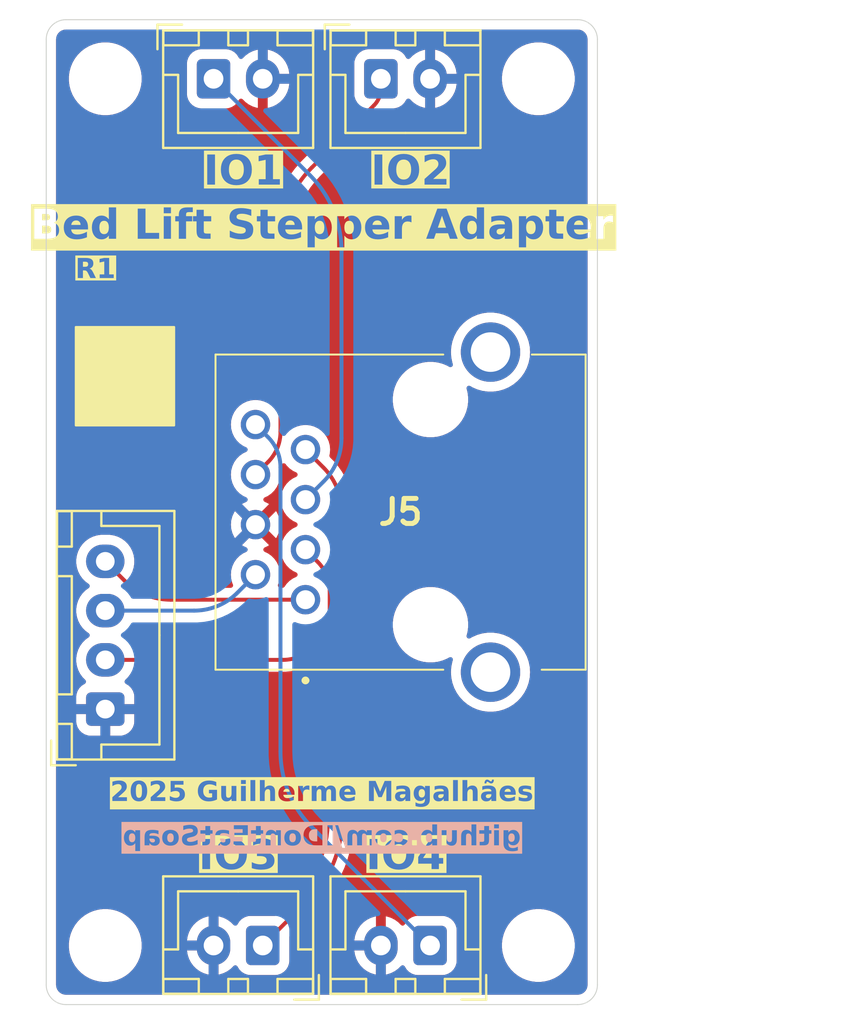
<source format=kicad_pcb>
(kicad_pcb (version 20240108) (generator "pcbnew") (generator_version "8.0")
  (layers (0 "F.Cu" signal) (31 "B.Cu" signal) (34 "B.Paste" user) (35 "F.Paste" user) (36 "B.SilkS" user "B.Silkscreen") (37 "F.SilkS" user "F.Silkscreen") (38 "B.Mask" user) (39 "F.Mask" user) (44 "Edge.Cuts" user))
  (net 0 "")
  (net 1 "M IO 2")
  (net 2 "M DIR")
  (net 3 "M EN")
  (net 4 "M IO 1")
  (net 5 "GND")
  (net 6 "M IO 3")
  (net 7 "M CLK")
  (net 8 "M IO 4")
  (footprint "Connector_JST:JST_XH_B2B-XH-A_1x02_P2.50mm_Vertical" (layer "F.Cu") (at 67 53)
    (property "Reference" "J2" (hide yes))
    (property "Value" "M IO 2")
    (fp_line (start -2.85 -2.75) (end -2.85 -1.5) (stroke (width 0.12)) (layer "F.SilkS"))
    (fp_line (start -2.56 -2.46) (end -2.56 3.51) (stroke (width 0.12)) (layer "F.SilkS"))
    (fp_line (start -2.56 3.51) (end 5.06 3.51) (stroke (width 0.12)) (layer "F.SilkS"))
    (fp_line (start -2.55 -2.45) (end -2.55 -1.7) (stroke (width 0.12)) (layer "F.SilkS"))
    (fp_line (start -2.55 -1.7) (end -0.75 -1.7) (stroke (width 0.12)) (layer "F.SilkS"))
    (fp_line (start -2.55 -0.2) (end -1.8 -0.2) (stroke (width 0.12)) (layer "F.SilkS"))
    (fp_line (start -1.8 -0.2) (end -1.8 2.75) (stroke (width 0.12)) (layer "F.SilkS"))
    (fp_line (start -1.8 2.75) (end 1.25 2.75) (stroke (width 0.12)) (layer "F.SilkS"))
    (fp_line (start -1.6 -2.75) (end -2.85 -2.75) (stroke (width 0.12)) (layer "F.SilkS"))
    (fp_line (start -0.75 -2.45) (end -2.55 -2.45) (stroke (width 0.12)) (layer "F.SilkS"))
    (fp_line (start -0.75 -1.7) (end -0.75 -2.45) (stroke (width 0.12)) (layer "F.SilkS"))
    (fp_line (start 0.75 -2.45) (end 0.75 -1.7) (stroke (width 0.12)) (layer "F.SilkS"))
    (fp_line (start 0.75 -1.7) (end 1.75 -1.7) (stroke (width 0.12)) (layer "F.SilkS"))
    (fp_line (start 1.75 -2.45) (end 0.75 -2.45) (stroke (width 0.12)) (layer "F.SilkS"))
    (fp_line (start 1.75 -1.7) (end 1.75 -2.45) (stroke (width 0.12)) (layer "F.SilkS"))
    (fp_line (start 3.25 -2.45) (end 3.25 -1.7) (stroke (width 0.12)) (layer "F.SilkS"))
    (fp_line (start 3.25 -1.7) (end 5.05 -1.7) (stroke (width 0.12)) (layer "F.SilkS"))
    (fp_line (start 4.3 -0.2) (end 4.3 2.75) (stroke (width 0.12)) (layer "F.SilkS"))
    (fp_line (start 4.3 2.75) (end 1.25 2.75) (stroke (width 0.12)) (layer "F.SilkS"))
    (fp_line (start 5.05 -2.45) (end 3.25 -2.45) (stroke (width 0.12)) (layer "F.SilkS"))
    (fp_line (start 5.05 -1.7) (end 5.05 -2.45) (stroke (width 0.12)) (layer "F.SilkS"))
    (fp_line (start 5.05 -0.2) (end 4.3 -0.2) (stroke (width 0.12)) (layer "F.SilkS"))
    (fp_line (start 5.06 -2.46) (end -2.56 -2.46) (stroke (width 0.12)) (layer "F.SilkS"))
    (fp_line (start 5.06 3.51) (end 5.06 -2.46) (stroke (width 0.12)) (layer "F.SilkS"))
    (pad "1" thru_hole roundrect (at 0 0) (size 1.7 2) (drill 1) (layers "*.Cu" "*.Mask") (roundrect_rratio 0.147059) (net 1 "M IO 2"))
    (pad "2" thru_hole oval (at 2.5 0) (size 1.7 2) (drill 1) (layers "*.Cu" "*.Mask") (net 5 "GND"))
  )
  (footprint "MountingHole:MountingHole_3.2mm_M3_DIN965" (layer "F.Cu") (at 75 53)
    (property "Reference" "REF**" (hide yes))
    (property "Value" "MountingHole_3.2mm_M3_DIN965" (hide yes))
    (pad "" np_thru_hole circle (at 0 0) (size 3.2 3.2) (drill 3.2) (layers "*.Cu" "*.Mask"))
  )
  (footprint "Connector_JST:JST_XH_B2B-XH-A_1x02_P2.50mm_Vertical" (layer "F.Cu") (at 61 97 180)
    (property "Reference" "J3" (hide yes))
    (property "Value" "M IO 3")
    (fp_line (start 5.06 3.51) (end 5.06 -2.46) (stroke (width 0.12)) (layer "F.SilkS"))
    (fp_line (start 5.06 -2.46) (end -2.56 -2.46) (stroke (width 0.12)) (layer "F.SilkS"))
    (fp_line (start 5.05 -0.2) (end 4.3 -0.2) (stroke (width 0.12)) (layer "F.SilkS"))
    (fp_line (start 5.05 -1.7) (end 5.05 -2.45) (stroke (width 0.12)) (layer "F.SilkS"))
    (fp_line (start 5.05 -2.45) (end 3.25 -2.45) (stroke (width 0.12)) (layer "F.SilkS"))
    (fp_line (start 4.3 2.75) (end 1.25 2.75) (stroke (width 0.12)) (layer "F.SilkS"))
    (fp_line (start 4.3 -0.2) (end 4.3 2.75) (stroke (width 0.12)) (layer "F.SilkS"))
    (fp_line (start 3.25 -1.7) (end 5.05 -1.7) (stroke (width 0.12)) (layer "F.SilkS"))
    (fp_line (start 3.25 -2.45) (end 3.25 -1.7) (stroke (width 0.12)) (layer "F.SilkS"))
    (fp_line (start 1.75 -1.7) (end 1.75 -2.45) (stroke (width 0.12)) (layer "F.SilkS"))
    (fp_line (start 1.75 -2.45) (end 0.75 -2.45) (stroke (width 0.12)) (layer "F.SilkS"))
    (fp_line (start 0.75 -1.7) (end 1.75 -1.7) (stroke (width 0.12)) (layer "F.SilkS"))
    (fp_line (start 0.75 -2.45) (end 0.75 -1.7) (stroke (width 0.12)) (layer "F.SilkS"))
    (fp_line (start -0.75 -1.7) (end -0.75 -2.45) (stroke (width 0.12)) (layer "F.SilkS"))
    (fp_line (start -0.75 -2.45) (end -2.55 -2.45) (stroke (width 0.12)) (layer "F.SilkS"))
    (fp_line (start -1.6 -2.75) (end -2.85 -2.75) (stroke (width 0.12)) (layer "F.SilkS"))
    (fp_line (start -1.8 2.75) (end 1.25 2.75) (stroke (width 0.12)) (layer "F.SilkS"))
    (fp_line (start -1.8 -0.2) (end -1.8 2.75) (stroke (width 0.12)) (layer "F.SilkS"))
    (fp_line (start -2.55 -0.2) (end -1.8 -0.2) (stroke (width 0.12)) (layer "F.SilkS"))
    (fp_line (start -2.55 -1.7) (end -0.75 -1.7) (stroke (width 0.12)) (layer "F.SilkS"))
    (fp_line (start -2.55 -2.45) (end -2.55 -1.7) (stroke (width 0.12)) (layer "F.SilkS"))
    (fp_line (start -2.56 3.51) (end 5.06 3.51) (stroke (width 0.12)) (layer "F.SilkS"))
    (fp_line (start -2.56 -2.46) (end -2.56 3.51) (stroke (width 0.12)) (layer "F.SilkS"))
    (fp_line (start -2.85 -2.75) (end -2.85 -1.5) (stroke (width 0.12)) (layer "F.SilkS"))
    (pad "1" thru_hole roundrect (at 0 0 180) (size 1.7 2) (drill 1) (layers "*.Cu" "*.Mask") (roundrect_rratio 0.147059) (net 6 "M IO 3"))
    (pad "2" thru_hole oval (at 2.5 0 180) (size 1.7 2) (drill 1) (layers "*.Cu" "*.Mask") (net 5 "GND"))
  )
  (footprint "MountingHole:MountingHole_3.2mm_M3_DIN965" (layer "F.Cu") (at 53 53)
    (property "Reference" "REF**" (hide yes))
    (property "Value" "MountingHole_3.2mm_M3_DIN965" (hide yes))
    (pad "" np_thru_hole circle (at 0 0) (size 3.2 3.2) (drill 3.2) (layers "*.Cu" "*.Mask"))
  )
  (footprint "Connector_JST:JST_XH_B2B-XH-A_1x02_P2.50mm_Vertical" (layer "F.Cu") (at 69.5 97 180)
    (property "Reference" "J4" (hide yes))
    (property "Value" "M IO 4")
    (fp_line (start 5.06 3.51) (end 5.06 -2.46) (stroke (width 0.12)) (layer "F.SilkS"))
    (fp_line (start 5.06 -2.46) (end -2.56 -2.46) (stroke (width 0.12)) (layer "F.SilkS"))
    (fp_line (start 5.05 -0.2) (end 4.3 -0.2) (stroke (width 0.12)) (layer "F.SilkS"))
    (fp_line (start 5.05 -1.7) (end 5.05 -2.45) (stroke (width 0.12)) (layer "F.SilkS"))
    (fp_line (start 5.05 -2.45) (end 3.25 -2.45) (stroke (width 0.12)) (layer "F.SilkS"))
    (fp_line (start 4.3 2.75) (end 1.25 2.75) (stroke (width 0.12)) (layer "F.SilkS"))
    (fp_line (start 4.3 -0.2) (end 4.3 2.75) (stroke (width 0.12)) (layer "F.SilkS"))
    (fp_line (start 3.25 -1.7) (end 5.05 -1.7) (stroke (width 0.12)) (layer "F.SilkS"))
    (fp_line (start 3.25 -2.45) (end 3.25 -1.7) (stroke (width 0.12)) (layer "F.SilkS"))
    (fp_line (start 1.75 -1.7) (end 1.75 -2.45) (stroke (width 0.12)) (layer "F.SilkS"))
    (fp_line (start 1.75 -2.45) (end 0.75 -2.45) (stroke (width 0.12)) (layer "F.SilkS"))
    (fp_line (start 0.75 -1.7) (end 1.75 -1.7) (stroke (width 0.12)) (layer "F.SilkS"))
    (fp_line (start 0.75 -2.45) (end 0.75 -1.7) (stroke (width 0.12)) (layer "F.SilkS"))
    (fp_line (start -0.75 -1.7) (end -0.75 -2.45) (stroke (width 0.12)) (layer "F.SilkS"))
    (fp_line (start -0.75 -2.45) (end -2.55 -2.45) (stroke (width 0.12)) (layer "F.SilkS"))
    (fp_line (start -1.6 -2.75) (end -2.85 -2.75) (stroke (width 0.12)) (layer "F.SilkS"))
    (fp_line (start -1.8 2.75) (end 1.25 2.75) (stroke (width 0.12)) (layer "F.SilkS"))
    (fp_line (start -1.8 -0.2) (end -1.8 2.75) (stroke (width 0.12)) (layer "F.SilkS"))
    (fp_line (start -2.55 -0.2) (end -1.8 -0.2) (stroke (width 0.12)) (layer "F.SilkS"))
    (fp_line (start -2.55 -1.7) (end -0.75 -1.7) (stroke (width 0.12)) (layer "F.SilkS"))
    (fp_line (start -2.55 -2.45) (end -2.55 -1.7) (stroke (width 0.12)) (layer "F.SilkS"))
    (fp_line (start -2.56 3.51) (end 5.06 3.51) (stroke (width 0.12)) (layer "F.SilkS"))
    (fp_line (start -2.56 -2.46) (end -2.56 3.51) (stroke (width 0.12)) (layer "F.SilkS"))
    (fp_line (start -2.85 -2.75) (end -2.85 -1.5) (stroke (width 0.12)) (layer "F.SilkS"))
    (pad "1" thru_hole roundrect (at 0 0 180) (size 1.7 2) (drill 1) (layers "*.Cu" "*.Mask") (roundrect_rratio 0.147059) (net 8 "M IO 4"))
    (pad "2" thru_hole oval (at 2.5 0 180) (size 1.7 2) (drill 1) (layers "*.Cu" "*.Mask") (net 5 "GND"))
  )
  (footprint "Connector_JST:JST_XH_B2B-XH-A_1x02_P2.50mm_Vertical" (layer "F.Cu") (at 58.5 53)
    (property "Reference" "J1" (hide yes))
    (property "Value" "M IO 1")
    (fp_line (start -2.85 -2.75) (end -2.85 -1.5) (stroke (width 0.12)) (layer "F.SilkS"))
    (fp_line (start -2.56 -2.46) (end -2.56 3.51) (stroke (width 0.12)) (layer "F.SilkS"))
    (fp_line (start -2.56 3.51) (end 5.06 3.51) (stroke (width 0.12)) (layer "F.SilkS"))
    (fp_line (start -2.55 -2.45) (end -2.55 -1.7) (stroke (width 0.12)) (layer "F.SilkS"))
    (fp_line (start -2.55 -1.7) (end -0.75 -1.7) (stroke (width 0.12)) (layer "F.SilkS"))
    (fp_line (start -2.55 -0.2) (end -1.8 -0.2) (stroke (width 0.12)) (layer "F.SilkS"))
    (fp_line (start -1.8 -0.2) (end -1.8 2.75) (stroke (width 0.12)) (layer "F.SilkS"))
    (fp_line (start -1.8 2.75) (end 1.25 2.75) (stroke (width 0.12)) (layer "F.SilkS"))
    (fp_line (start -1.6 -2.75) (end -2.85 -2.75) (stroke (width 0.12)) (layer "F.SilkS"))
    (fp_line (start -0.75 -2.45) (end -2.55 -2.45) (stroke (width 0.12)) (layer "F.SilkS"))
    (fp_line (start -0.75 -1.7) (end -0.75 -2.45) (stroke (width 0.12)) (layer "F.SilkS"))
    (fp_line (start 0.75 -2.45) (end 0.75 -1.7) (stroke (width 0.12)) (layer "F.SilkS"))
    (fp_line (start 0.75 -1.7) (end 1.75 -1.7) (stroke (width 0.12)) (layer "F.SilkS"))
    (fp_line (start 1.75 -2.45) (end 0.75 -2.45) (stroke (width 0.12)) (layer "F.SilkS"))
    (fp_line (start 1.75 -1.7) (end 1.75 -2.45) (stroke (width 0.12)) (layer "F.SilkS"))
    (fp_line (start 3.25 -2.45) (end 3.25 -1.7) (stroke (width 0.12)) (layer "F.SilkS"))
    (fp_line (start 3.25 -1.7) (end 5.05 -1.7) (stroke (width 0.12)) (layer "F.SilkS"))
    (fp_line (start 4.3 -0.2) (end 4.3 2.75) (stroke (width 0.12)) (layer "F.SilkS"))
    (fp_line (start 4.3 2.75) (end 1.25 2.75) (stroke (width 0.12)) (layer "F.SilkS"))
    (fp_line (start 5.05 -2.45) (end 3.25 -2.45) (stroke (width 0.12)) (layer "F.SilkS"))
    (fp_line (start 5.05 -1.7) (end 5.05 -2.45) (stroke (width 0.12)) (layer "F.SilkS"))
    (fp_line (start 5.05 -0.2) (end 4.3 -0.2) (stroke (width 0.12)) (layer "F.SilkS"))
    (fp_line (start 5.06 -2.46) (end -2.56 -2.46) (stroke (width 0.12)) (layer "F.SilkS"))
    (fp_line (start 5.06 3.51) (end 5.06 -2.46) (stroke (width 0.12)) (layer "F.SilkS"))
    (pad "1" thru_hole roundrect (at 0 0) (size 1.7 2) (drill 1) (layers "*.Cu" "*.Mask") (roundrect_rratio 0.147059) (net 4 "M IO 1"))
    (pad "2" thru_hole oval (at 2.5 0) (size 1.7 2) (drill 1) (layers "*.Cu" "*.Mask") (net 5 "GND"))
  )
  (footprint "SamacSys_Parts:RJ458N3S" (layer "F.Cu") (at 63.17 79.445 180)
    (property "Reference" "J5" (at -4.83 4.445 0) (layer "F.SilkS") (effects (font (size 1.27 1.27) (thickness 0.254))))
    (property "Value" "RJ45" (hide yes))
    (fp_line (start 4.57 12.445) (end -7 12.445) (stroke (width 0.1)) (layer "F.SilkS"))
    (fp_line (start 4.57 -3.555) (end 4.57 12.445) (stroke (width 0.1)) (layer "F.SilkS"))
    (fp_line (start 0.1 -4.1) (end 0.1 -4.1) (stroke (width 0.2)) (layer "F.SilkS"))
    (fp_line (start -0.1 -4.1) (end -0.1 -4.1) (stroke (width 0.2)) (layer "F.SilkS"))
    (fp_line (start -7 -3.555) (end 4.57 -3.555) (stroke (width 0.1)) (layer "F.SilkS"))
    (fp_line (start -12 -3.555) (end -14.23 -3.555) (stroke (width 0.1)) (layer "F.SilkS"))
    (fp_line (start -14.23 12.445) (end -11.5 12.445) (stroke (width 0.1)) (layer "F.SilkS"))
    (fp_line (start -14.23 -3.555) (end -14.23 12.445) (stroke (width 0.1)) (layer "F.SilkS"))
    (fp_arc (start 0.1 -4.1) (mid 0 -4) (end -0.1 -4.1) (stroke (width 0.2)) (layer "F.SilkS"))
    (fp_arc (start -0.1 -4.1) (mid 0 -4.2) (end 0.1 -4.1) (stroke (width 0.2)) (layer "F.SilkS"))
    (pad "" np_thru_hole circle (at -6.35 -1.27 180) (size 3.33 3.33) (drill 3.33) (layers "*.Cu" "*.Mask"))
    (pad "" np_thru_hole circle (at -6.35 10.16 180) (size 3.33 3.33) (drill 3.33) (layers "*.Cu" "*.Mask"))
    (pad "1" thru_hole circle (at 0 0 180) (size 1.493 1.493) (drill 0.96) (layers "*.Cu" "*.Mask") (net 3 "M EN"))
    (pad "2" thru_hole circle (at 2.54 1.27 180) (size 1.493 1.493) (drill 0.96) (layers "*.Cu" "*.Mask") (net 7 "M CLK"))
    (pad "3" thru_hole circle (at 0 2.54 180) (size 1.493 1.493) (drill 0.96) (layers "*.Cu" "*.Mask") (net 2 "M DIR"))
    (pad "4" thru_hole circle (at 2.54 3.81 180) (size 1.493 1.493) (drill 0.96) (layers "*.Cu" "*.Mask") (net 5 "GND"))
    (pad "5" thru_hole circle (at 0 5.08 180) (size 1.493 1.493) (drill 0.96) (layers "*.Cu" "*.Mask") (net 4 "M IO 1"))
    (pad "6" thru_hole circle (at 2.54 6.35 180) (size 1.493 1.493) (drill 0.96) (layers "*.Cu" "*.Mask") (net 1 "M IO 2"))
    (pad "7" thru_hole circle (at 0 7.62 180) (size 1.493 1.493) (drill 0.96) (layers "*.Cu" "*.Mask") (net 6 "M IO 3"))
    (pad "8" thru_hole circle (at 2.54 8.89 180) (size 1.493 1.493) (drill 0.96) (layers "*.Cu" "*.Mask") (net 8 "M IO 4"))
    (pad "MH3" thru_hole circle (at -9.4 -3.68 180) (size 3.015 3.015) (drill 2.01) (layers "*.Cu" "*.Mask"))
    (pad "MH4" thru_hole circle (at -9.4 12.57 180) (size 3.015 3.015) (drill 2.01) (layers "*.Cu" "*.Mask"))
  )
  (footprint "MountingHole:MountingHole_3.2mm_M3_DIN965" (layer "F.Cu") (at 53 97)
    (property "Reference" "REF**" (hide yes))
    (property "Value" "MountingHole_3.2mm_M3_DIN965" (hide yes))
    (pad "" np_thru_hole circle (at 0 0) (size 3.2 3.2) (drill 3.2) (layers "*.Cu" "*.Mask"))
  )
  (footprint "Connector_JST:JST_XH_B4B-XH-A_1x04_P2.50mm_Vertical" (layer "F.Cu") (at 53 85 90)
    (property "Reference" "J6" (hide yes))
    (property "Value" "MKS TMC2161-OC Out")
    (fp_line (start -1.6 -2.75) (end -2.85 -2.75) (stroke (width 0.12)) (layer "F.SilkS"))
    (fp_line (start -2.85 -2.75) (end -2.85 -1.5) (stroke (width 0.12)) (layer "F.SilkS"))
    (fp_line (start 10.06 -2.46) (end -2.56 -2.46) (stroke (width 0.12)) (layer "F.SilkS"))
    (fp_line (start -2.56 -2.46) (end -2.56 3.51) (stroke (width 0.12)) (layer "F.SilkS"))
    (fp_line (start 10.05 -2.45) (end 8.25 -2.45) (stroke (width 0.12)) (layer "F.SilkS"))
    (fp_line (start 8.25 -2.45) (end 8.25 -1.7) (stroke (width 0.12)) (layer "F.SilkS"))
    (fp_line (start 6.75 -2.45) (end 0.75 -2.45) (stroke (width 0.12)) (layer "F.SilkS"))
    (fp_line (start 0.75 -2.45) (end 0.75 -1.7) (stroke (width 0.12)) (layer "F.SilkS"))
    (fp_line (start -0.75 -2.45) (end -2.55 -2.45) (stroke (width 0.12)) (layer "F.SilkS"))
    (fp_line (start -2.55 -2.45) (end -2.55 -1.7) (stroke (width 0.12)) (layer "F.SilkS"))
    (fp_line (start 10.05 -1.7) (end 10.05 -2.45) (stroke (width 0.12)) (layer "F.SilkS"))
    (fp_line (start 8.25 -1.7) (end 10.05 -1.7) (stroke (width 0.12)) (layer "F.SilkS"))
    (fp_line (start 6.75 -1.7) (end 6.75 -2.45) (stroke (width 0.12)) (layer "F.SilkS"))
    (fp_line (start 0.75 -1.7) (end 6.75 -1.7) (stroke (width 0.12)) (layer "F.SilkS"))
    (fp_line (start -0.75 -1.7) (end -0.75 -2.45) (stroke (width 0.12)) (layer "F.SilkS"))
    (fp_line (start -2.55 -1.7) (end -0.75 -1.7) (stroke (width 0.12)) (layer "F.SilkS"))
    (fp_line (start 10.05 -0.2) (end 9.3 -0.2) (stroke (width 0.12)) (layer "F.SilkS"))
    (fp_line (start 9.3 -0.2) (end 9.3 2.75) (stroke (width 0.12)) (layer "F.SilkS"))
    (fp_line (start -1.8 -0.2) (end -1.8 2.75) (stroke (width 0.12)) (layer "F.SilkS"))
    (fp_line (start -2.55 -0.2) (end -1.8 -0.2) (stroke (width 0.12)) (layer "F.SilkS"))
    (fp_line (start 9.3 2.75) (end 3.75 2.75) (stroke (width 0.12)) (layer "F.SilkS"))
    (fp_line (start -1.8 2.75) (end 3.75 2.75) (stroke (width 0.12)) (layer "F.SilkS"))
    (fp_line (start 10.06 3.51) (end 10.06 -2.46) (stroke (width 0.12)) (layer "F.SilkS"))
    (fp_line (start -2.56 3.51) (end 10.06 3.51) (stroke (width 0.12)) (layer "F.SilkS"))
    (pad "1" thru_hole roundrect (at 0 0 90) (size 1.7 1.95) (drill 0.95) (layers "*.Cu" "*.Mask") (roundrect_rratio 0.147059) (net 5 "GND"))
    (pad "2" thru_hole oval (at 2.5 0 90) (size 1.7 1.95) (drill 0.95) (layers "*.Cu" "*.Mask") (net 2 "M DIR"))
    (pad "3" thru_hole oval (at 5 0 90) (size 1.7 1.95) (drill 0.95) (layers "*.Cu" "*.Mask") (net 7 "M CLK"))
    (pad "4" thru_hole oval (at 7.5 0 90) (size 1.7 1.95) (drill 0.95) (layers "*.Cu" "*.Mask") (net 3 "M EN"))
  )
  (footprint "MountingHole:MountingHole_3.2mm_M3_DIN965" (layer "F.Cu") (at 75 97)
    (property "Reference" "REF**" (hide yes))
    (property "Value" "MountingHole_3.2mm_M3_DIN965" (hide yes))
    (pad "" np_thru_hole circle (at 0 0) (size 3.2 3.2) (drill 3.2) (layers "*.Cu" "*.Mask"))
  )
  (gr_rect (start 51.5 65.6) (end 56.5 70.6) (stroke (width 0.1)) (fill solid) (layer "F.SilkS"))
  (gr_arc (start 77 50) (mid 77.707107 50.292893) (end 78 51) (stroke (width 0.05)) (layer "Edge.Cuts"))
  (gr_arc (start 50 51) (mid 50.292893 50.292893) (end 51 50) (stroke (width 0.05)) (layer "Edge.Cuts"))
  (gr_line (start 50 99) (end 50 51) (stroke (width 0.05)) (layer "Edge.Cuts"))
  (gr_line (start 77 100) (end 51 100) (stroke (width 0.05)) (layer "Edge.Cuts"))
  (gr_line (start 78 51) (end 78 99) (stroke (width 0.05)) (layer "Edge.Cuts"))
  (gr_line (start 51 50) (end 77 50) (stroke (width 0.05)) (layer "Edge.Cuts"))
  (gr_arc (start 78 99) (mid 77.707107 99.707107) (end 77 100) (stroke (width 0.05)) (layer "Edge.Cuts"))
  (gr_arc (start 51 100) (mid 50.292893 99.707107) (end 50 99) (stroke (width 0.05)) (layer "Edge.Cuts"))
  (gr_text "github.com/IDontEatSoap" (at 64 91.5 -0) (layer "B.SilkS" knockout) (effects (font (size 1 1) (thickness 0.25) (bold yes)) (justify mirror)))
  (gr_text "IO1\n" (at 60 57.75 0) (layer "F.SilkS" knockout) (effects (font (size 1.5 1.5) (thickness 0.3) (bold yes))))
  (gr_text "Bed Lift Stepper Adapter" (at 64 60.5 0) (layer "F.SilkS" knockout) (effects (font (size 1.5 1.5) (thickness 0.3) (bold yes))))
  (gr_text "2025 Guilherme Magalhães" (at 64 89.25 0) (layer "F.SilkS" knockout) (effects (font (size 1 1) (thickness 0.25) (bold yes))))
  (gr_text "IO4" (at 68.25 92.5 0) (layer "F.SilkS" knockout) (effects (font (size 1.5 1.5) (thickness 0.3) (bold yes))))
  (gr_text "IO2" (at 68.5 57.75 0) (layer "F.SilkS" knockout) (effects (font (size 1.5 1.5) (thickness 0.3) (bold yes))))
  (gr_text "R1" (at 52.5 62.7 0) (layer "F.SilkS" knockout) (effects (font (size 1 1) (thickness 0.25) (bold yes))))
  (gr_text "IO3\n" (at 59.75 92.5 0) (layer "F.SilkS" knockout) (effects (font (size 1.5 1.5) (thickness 0.3) (bold yes))))
  (segment (start 67 53.5) (end 67 53) (width 0.2) (layer "F.Cu") (net 1))
  (segment (start 61.265 72.46) (end 60.63 73.095) (width 0.2) (layer "F.Cu") (net 1))
  (segment (start 61.9 61.353963) (end 61.9 70.926974) (width 0.2) (layer "F.Cu") (net 1))
  (segment (start 63.493792 57.506207) (end 66.646446 54.353553) (width 0.2) (layer "F.Cu") (net 1))
  (arc (start 67 53.5) (mid 66.908114 53.961939) (end 66.646446 54.353553) (width 0.2) (layer "F.Cu") (net 1))
  (arc (start 61.9 70.926974) (mid 61.734968 71.756641) (end 61.265 72.46) (width 0.2) (layer "F.Cu") (net 1))
  (arc (start 63.493792 57.506207) (mid 62.314213 59.271572) (end 61.9 61.353963) (width 0.2) (layer "F.Cu") (net 1))
  (segment (start 63.785 77.52) (end 63.17 76.905) (width 0.2) (layer "F.Cu") (net 2))
  (segment (start 64.4 80.11005) (end 64.4 79.004741) (width 0.2) (layer "F.Cu") (net 2))
  (segment (start 62.01005 82.5) (end 53 82.5) (width 0.2) (layer "F.Cu") (net 2))
  (arc (start 64.4 80.11005) (mid 64.218075 81.024644) (end 63.7 81.8) (width 0.2) (layer "F.Cu") (net 2))
  (arc (start 63.7 81.8) (mid 62.924644 82.318075) (end 62.01005 82.5) (width 0.2) (layer "F.Cu") (net 2))
  (arc (start 63.785 77.52) (mid 64.240166 78.201205) (end 64.4 79.004741) (width 0.2) (layer "F.Cu") (net 2))
  (segment (start 53.9725 78.4725) (end 53 77.5) (width 0.2) (layer "F.Cu") (net 3))
  (segment (start 56.320322 79.445) (end 63.17 79.445) (width 0.2) (layer "F.Cu") (net 3))
  (arc (start 53.9725 78.4725) (mid 55.04969 79.192255) (end 56.320322 79.445) (width 0.2) (layer "F.Cu") (net 3))
  (segment (start 63.406207 57.906207) (end 58.5 53) (width 0.2) (layer "B.Cu") (net 4))
  (segment (start 64.085 73.45) (end 63.17 74.365) (width 0.2) (layer "B.Cu") (net 4))
  (segment (start 65 71.240994) (end 65 61.753963) (width 0.2) (layer "B.Cu") (net 4))
  (arc (start 65 71.240994) (mid 64.762199 72.436499) (end 64.085 73.45) (width 0.2) (layer "B.Cu") (net 4))
  (arc (start 63.406207 57.906207) (mid 64.585786 59.671572) (end 65 61.753963) (width 0.2) (layer "B.Cu") (net 4))
  (segment (start 63.406207 94.593792) (end 61 97) (width 0.2) (layer "F.Cu") (net 6))
  (segment (start 65 90.746036) (end 65 74.949005) (width 0.2) (layer "F.Cu") (net 6))
  (segment (start 64.085 72.74) (end 63.17 71.825) (width 0.2) (layer "F.Cu") (net 6))
  (arc (start 65 90.746036) (mid 64.585786 92.828426) (end 63.406207 94.593792) (width 0.2) (layer "F.Cu") (net 6))
  (arc (start 64.085 72.74) (mid 64.762199 73.7535) (end 65 74.949005) (width 0.2) (layer "F.Cu") (net 6))
  (segment (start 57.51453 80) (end 53 80) (width 0.2) (layer "B.Cu") (net 7))
  (segment (start 61.029298 78.070701) (end 61.2 77.9) (width 0.2) (layer "B.Cu") (net 7))
  (segment (start 59.717499 79.087499) (end 60.525701 78.279298) (width 0.2) (layer "B.Cu") (net 7))
  (arc (start 59.717499 79.087499) (mid 58.706768 79.762848) (end 57.51453 80) (width 0.2) (layer "B.Cu") (net 7))
  (arc (start 61.029298 78.070701) (mid 60.913772 78.147893) (end 60.7775 78.175) (width 0.2) (layer "B.Cu") (net 7))
  (arc (start 60.7775 78.175) (mid 60.641227 78.202106) (end 60.525701 78.279298) (width 0.2) (layer "B.Cu") (net 7))
  (segment (start 61.265 71.19) (end 60.63 70.555) (width 0.2) (layer "B.Cu") (net 8))
  (segment (start 63.493792 90.993792) (end 69.5 97) (width 0.2) (layer "B.Cu") (net 8))
  (segment (start 61.9 72.723025) (end 61.9 87.146036) (width 0.2) (layer "B.Cu") (net 8))
  (arc (start 61.9 87.146036) (mid 62.314213 89.228426) (end 63.493792 90.993792) (width 0.2) (layer "B.Cu") (net 8))
  (arc (start 61.265 71.19) (mid 61.734968 71.893357) (end 61.9 72.723025) (width 0.2) (layer "B.Cu") (net 8))
  (zone (net 5) (net_name "GND") (layers "F&B.Cu") (connect_pads (clearance 0.5)) (min_thickness 0.25) (fill yes (thermal_gap 0.5) (thermal_bridge_width 0.5))
    (polygon (pts (xy 48 49) (xy 91 49) (xy 91 101) (xy 48 101)))
  )
)
</source>
